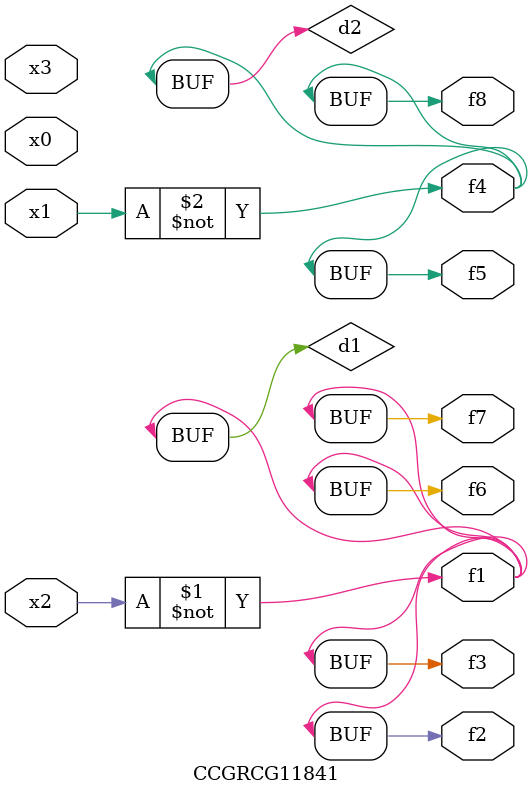
<source format=v>
module CCGRCG11841(
	input x0, x1, x2, x3,
	output f1, f2, f3, f4, f5, f6, f7, f8
);

	wire d1, d2;

	xnor (d1, x2);
	not (d2, x1);
	assign f1 = d1;
	assign f2 = d1;
	assign f3 = d1;
	assign f4 = d2;
	assign f5 = d2;
	assign f6 = d1;
	assign f7 = d1;
	assign f8 = d2;
endmodule

</source>
